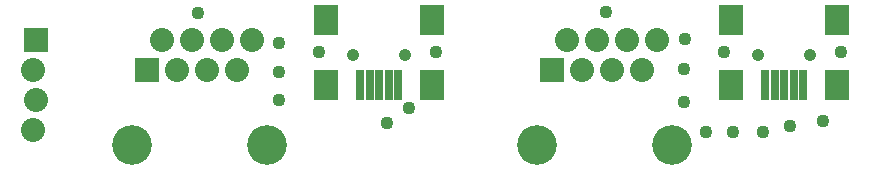
<source format=gts>
G75*
G70*
%OFA0B0*%
%FSLAX24Y24*%
%IPPOS*%
%LPD*%
%AMOC8*
5,1,8,0,0,1.08239X$1,22.5*
%
%ADD10C,0.0800*%
%ADD11R,0.0800X0.0800*%
%ADD12C,0.1320*%
%ADD13R,0.0257X0.1044*%
%ADD14R,0.0847X0.1044*%
%ADD15C,0.0414*%
%ADD16C,0.0436*%
D10*
X001130Y004892D03*
X001230Y005892D03*
X001130Y006892D03*
X005430Y007892D03*
X006430Y007892D03*
X007430Y007892D03*
X008430Y007892D03*
X007930Y006892D03*
X006930Y006892D03*
X005930Y006892D03*
X018930Y007892D03*
X019930Y007892D03*
X020930Y007892D03*
X021930Y007892D03*
X021430Y006892D03*
X020430Y006892D03*
X019430Y006892D03*
D11*
X018430Y006892D03*
X004930Y006892D03*
X001230Y007892D03*
D12*
X004430Y004392D03*
X008930Y004392D03*
X017930Y004392D03*
X022430Y004392D03*
D13*
X025550Y006408D03*
X025865Y006408D03*
X026180Y006408D03*
X026495Y006408D03*
X026810Y006408D03*
X013310Y006408D03*
X012995Y006408D03*
X012680Y006408D03*
X012365Y006408D03*
X012050Y006408D03*
D14*
X010908Y006408D03*
X014452Y006408D03*
X014452Y008573D03*
X010908Y008573D03*
X024408Y008573D03*
X027952Y008573D03*
X027952Y006408D03*
X024408Y006408D03*
D15*
X025314Y007392D03*
X027046Y007392D03*
X013546Y007392D03*
X011814Y007392D03*
D16*
X010680Y007492D03*
X009330Y007792D03*
X009330Y006842D03*
X009330Y005892D03*
X012930Y005142D03*
X013680Y005642D03*
X014580Y007492D03*
X020230Y008842D03*
X022880Y007942D03*
X024180Y007492D03*
X022830Y006942D03*
X022830Y005842D03*
X023580Y004842D03*
X024480Y004842D03*
X025480Y004842D03*
X026380Y005042D03*
X027480Y005192D03*
X028080Y007492D03*
X006630Y008792D03*
M02*

</source>
